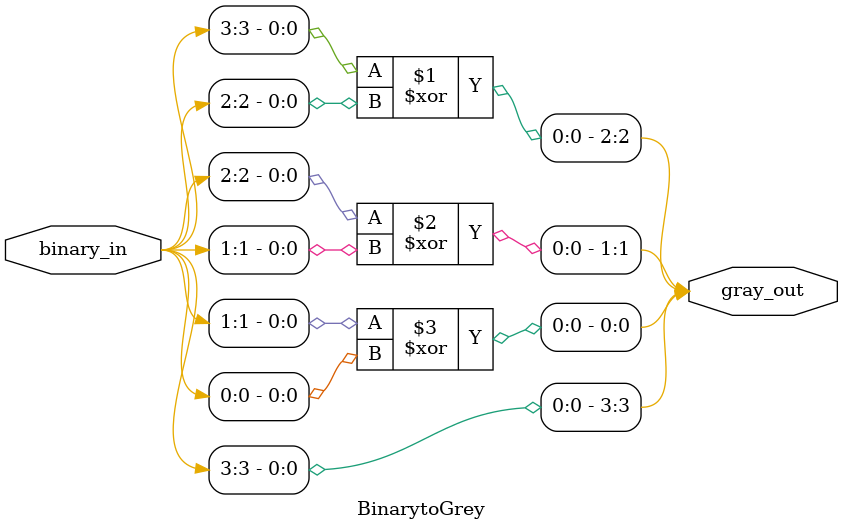
<source format=sv>
`timescale 1ns / 1ps


module BinarytoGrey (
    input logic [3:0] binary_in,
    output logic [3:0] gray_out
);

    // Conversion logic without loops
    assign gray_out[3] = binary_in[3];  // MSB is the same
    assign gray_out[2] = binary_in[3] ^ binary_in[2];
    assign gray_out[1] = binary_in[2] ^ binary_in[1];
    assign gray_out[0] = binary_in[1] ^ binary_in[0];

endmodule

</source>
